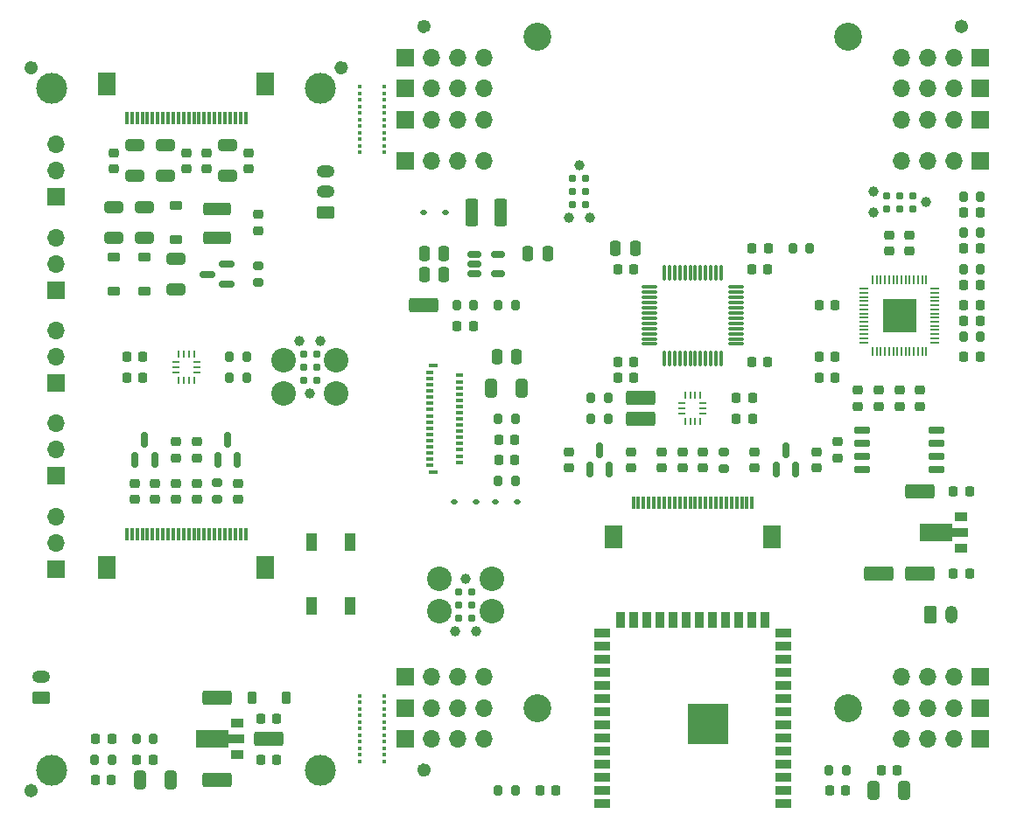
<source format=gbr>
G04 #@! TF.GenerationSoftware,KiCad,Pcbnew,7.0.4-40-g0180cb380f*
G04 #@! TF.CreationDate,2023-08-16T00:58:49-07:00*
G04 #@! TF.ProjectId,RobotCrawler,526f626f-7443-4726-9177-6c65722e6b69,rev?*
G04 #@! TF.SameCoordinates,Original*
G04 #@! TF.FileFunction,Soldermask,Top*
G04 #@! TF.FilePolarity,Negative*
%FSLAX46Y46*%
G04 Gerber Fmt 4.6, Leading zero omitted, Abs format (unit mm)*
G04 Created by KiCad (PCBNEW 7.0.4-40-g0180cb380f) date 2023-08-16 00:58:49*
%MOMM*%
%LPD*%
G01*
G04 APERTURE LIST*
G04 Aperture macros list*
%AMRoundRect*
0 Rectangle with rounded corners*
0 $1 Rounding radius*
0 $2 $3 $4 $5 $6 $7 $8 $9 X,Y pos of 4 corners*
0 Add a 4 corners polygon primitive as box body*
4,1,4,$2,$3,$4,$5,$6,$7,$8,$9,$2,$3,0*
0 Add four circle primitives for the rounded corners*
1,1,$1+$1,$2,$3*
1,1,$1+$1,$4,$5*
1,1,$1+$1,$6,$7*
1,1,$1+$1,$8,$9*
0 Add four rect primitives between the rounded corners*
20,1,$1+$1,$2,$3,$4,$5,0*
20,1,$1+$1,$4,$5,$6,$7,0*
20,1,$1+$1,$6,$7,$8,$9,0*
20,1,$1+$1,$8,$9,$2,$3,0*%
%AMFreePoly0*
4,1,9,3.862500,-0.866500,0.737500,-0.866500,0.737500,-0.450000,-0.737500,-0.450000,-0.737500,0.450000,0.737500,0.450000,0.737500,0.866500,3.862500,0.866500,3.862500,-0.866500,3.862500,-0.866500,$1*%
G04 Aperture macros list end*
%ADD10C,0.650000*%
%ADD11C,0.380000*%
%ADD12C,2.700000*%
%ADD13RoundRect,0.250000X-1.175000X-0.450000X1.175000X-0.450000X1.175000X0.450000X-1.175000X0.450000X0*%
%ADD14RoundRect,0.050000X0.387500X0.050000X-0.387500X0.050000X-0.387500X-0.050000X0.387500X-0.050000X0*%
%ADD15RoundRect,0.050000X0.050000X0.387500X-0.050000X0.387500X-0.050000X-0.387500X0.050000X-0.387500X0*%
%ADD16R,3.200000X3.200000*%
%ADD17RoundRect,0.200000X-0.200000X-0.275000X0.200000X-0.275000X0.200000X0.275000X-0.200000X0.275000X0*%
%ADD18RoundRect,0.225000X0.250000X-0.225000X0.250000X0.225000X-0.250000X0.225000X-0.250000X-0.225000X0*%
%ADD19RoundRect,0.225000X-0.225000X-0.250000X0.225000X-0.250000X0.225000X0.250000X-0.225000X0.250000X0*%
%ADD20R,1.700000X1.700000*%
%ADD21O,1.700000X1.700000*%
%ADD22RoundRect,0.150000X-0.512500X-0.150000X0.512500X-0.150000X0.512500X0.150000X-0.512500X0.150000X0*%
%ADD23R,0.250000X0.675000*%
%ADD24R,0.675000X0.250000*%
%ADD25RoundRect,0.250000X0.375000X1.075000X-0.375000X1.075000X-0.375000X-1.075000X0.375000X-1.075000X0*%
%ADD26RoundRect,0.225000X0.225000X0.250000X-0.225000X0.250000X-0.225000X-0.250000X0.225000X-0.250000X0*%
%ADD27RoundRect,0.225000X-0.250000X0.225000X-0.250000X-0.225000X0.250000X-0.225000X0.250000X0.225000X0*%
%ADD28RoundRect,0.218750X-0.218750X-0.256250X0.218750X-0.256250X0.218750X0.256250X-0.218750X0.256250X0*%
%ADD29RoundRect,0.112500X-0.187500X-0.112500X0.187500X-0.112500X0.187500X0.112500X-0.187500X0.112500X0*%
%ADD30C,1.152000*%
%ADD31RoundRect,0.218750X0.218750X0.256250X-0.218750X0.256250X-0.218750X-0.256250X0.218750X-0.256250X0*%
%ADD32C,0.990600*%
%ADD33C,0.787400*%
%ADD34RoundRect,0.075000X-0.662500X-0.075000X0.662500X-0.075000X0.662500X0.075000X-0.662500X0.075000X0*%
%ADD35RoundRect,0.075000X-0.075000X-0.662500X0.075000X-0.662500X0.075000X0.662500X-0.075000X0.662500X0*%
%ADD36R,1.500000X0.900000*%
%ADD37R,0.900000X1.500000*%
%ADD38C,0.600000*%
%ADD39R,3.900000X3.900000*%
%ADD40RoundRect,0.250000X-0.250000X-0.475000X0.250000X-0.475000X0.250000X0.475000X-0.250000X0.475000X0*%
%ADD41RoundRect,0.150000X0.650000X0.150000X-0.650000X0.150000X-0.650000X-0.150000X0.650000X-0.150000X0*%
%ADD42RoundRect,0.250000X-0.350000X-0.625000X0.350000X-0.625000X0.350000X0.625000X-0.350000X0.625000X0*%
%ADD43O,1.200000X1.750000*%
%ADD44RoundRect,0.200000X0.200000X0.275000X-0.200000X0.275000X-0.200000X-0.275000X0.200000X-0.275000X0*%
%ADD45R,1.300000X0.900000*%
%ADD46FreePoly0,180.000000*%
%ADD47RoundRect,0.250000X-0.325000X-0.650000X0.325000X-0.650000X0.325000X0.650000X-0.325000X0.650000X0*%
%ADD48R,0.300000X1.300000*%
%ADD49R,1.800000X2.200000*%
%ADD50RoundRect,0.200000X-0.275000X0.200000X-0.275000X-0.200000X0.275000X-0.200000X0.275000X0.200000X0*%
%ADD51RoundRect,0.250000X0.250000X0.475000X-0.250000X0.475000X-0.250000X-0.475000X0.250000X-0.475000X0*%
%ADD52RoundRect,0.150000X0.150000X-0.587500X0.150000X0.587500X-0.150000X0.587500X-0.150000X-0.587500X0*%
%ADD53R,0.800000X0.300000*%
%ADD54R,0.650000X0.300000*%
%ADD55R,0.950000X0.400000*%
%ADD56C,2.374900*%
%ADD57RoundRect,0.200000X0.275000X-0.200000X0.275000X0.200000X-0.275000X0.200000X-0.275000X-0.200000X0*%
%ADD58RoundRect,0.150000X0.587500X0.150000X-0.587500X0.150000X-0.587500X-0.150000X0.587500X-0.150000X0*%
%ADD59RoundRect,0.250000X0.625000X-0.350000X0.625000X0.350000X-0.625000X0.350000X-0.625000X-0.350000X0*%
%ADD60O,1.750000X1.200000*%
%ADD61RoundRect,0.250000X-0.650000X0.325000X-0.650000X-0.325000X0.650000X-0.325000X0.650000X0.325000X0*%
%ADD62C,3.000000*%
%ADD63RoundRect,0.250000X-1.075000X0.375000X-1.075000X-0.375000X1.075000X-0.375000X1.075000X0.375000X0*%
%ADD64RoundRect,0.250000X0.650000X-0.325000X0.650000X0.325000X-0.650000X0.325000X-0.650000X-0.325000X0*%
%ADD65RoundRect,0.225000X-0.375000X0.225000X-0.375000X-0.225000X0.375000X-0.225000X0.375000X0.225000X0*%
%ADD66RoundRect,0.225000X-0.225000X-0.375000X0.225000X-0.375000X0.225000X0.375000X-0.225000X0.375000X0*%
%ADD67R,1.100000X1.800000*%
%ADD68RoundRect,0.225000X0.375000X-0.225000X0.375000X0.225000X-0.375000X0.225000X-0.375000X-0.225000X0*%
G04 APERTURE END LIST*
D10*
X176325000Y-34000000D02*
G75*
G03*
X176325000Y-34000000I-325000J0D01*
G01*
X124325000Y-106000000D02*
G75*
G03*
X124325000Y-106000000I-325000J0D01*
G01*
X124325000Y-34000000D02*
G75*
G03*
X124325000Y-34000000I-325000J0D01*
G01*
X86325000Y-38000000D02*
G75*
G03*
X86325000Y-38000000I-325000J0D01*
G01*
X86325000Y-108000000D02*
G75*
G03*
X86325000Y-108000000I-325000J0D01*
G01*
X116325000Y-38000000D02*
G75*
G03*
X116325000Y-38000000I-325000J0D01*
G01*
D11*
X120190000Y-98825000D03*
X120190000Y-99460000D03*
X120190000Y-100095000D03*
X120190000Y-100730000D03*
X120190000Y-101365000D03*
X120190000Y-102000000D03*
X120190000Y-102635000D03*
X120190000Y-103270000D03*
X120190000Y-103905000D03*
X120190000Y-104540000D03*
X120190000Y-105175000D03*
X117810000Y-105175000D03*
X117810000Y-104540000D03*
X117810000Y-103905000D03*
X117810000Y-103270000D03*
X117810000Y-102635000D03*
X117810000Y-102000000D03*
X117810000Y-101365000D03*
X117810000Y-100730000D03*
X117810000Y-100095000D03*
X117810000Y-99460000D03*
X117810000Y-98825000D03*
X120190000Y-39825000D03*
X120190000Y-40460000D03*
X120190000Y-41095000D03*
X120190000Y-41730000D03*
X120190000Y-42365000D03*
X120190000Y-43000000D03*
X120190000Y-43635000D03*
X120190000Y-44270000D03*
X120190000Y-44905000D03*
X120190000Y-45540000D03*
X120190000Y-46175000D03*
X117810000Y-39825000D03*
X117810000Y-41095000D03*
X117810000Y-46175000D03*
X117810000Y-41730000D03*
X117810000Y-43635000D03*
X117810000Y-42365000D03*
X117810000Y-45540000D03*
X117810000Y-43000000D03*
X117810000Y-44270000D03*
X117810000Y-44905000D03*
X117810000Y-40460000D03*
D12*
X165000000Y-35000000D03*
D13*
X124000000Y-61000000D03*
D14*
X173437500Y-64600000D03*
X173437500Y-64200000D03*
X173437500Y-63800000D03*
X173437500Y-63400000D03*
X173437500Y-63000000D03*
X173437500Y-62600000D03*
X173437500Y-62200000D03*
X173437500Y-61800000D03*
X173437500Y-61400000D03*
X173437500Y-61000000D03*
X173437500Y-60600000D03*
X173437500Y-60200000D03*
X173437500Y-59800000D03*
X173437500Y-59400000D03*
D15*
X172600000Y-58562500D03*
X172200000Y-58562500D03*
X171800000Y-58562500D03*
X171400000Y-58562500D03*
X171000000Y-58562500D03*
X170600000Y-58562500D03*
X170200000Y-58562500D03*
X169800000Y-58562500D03*
X169400000Y-58562500D03*
X169000000Y-58562500D03*
X168600000Y-58562500D03*
X168200000Y-58562500D03*
X167800000Y-58562500D03*
X167400000Y-58562500D03*
D14*
X166562500Y-59400000D03*
X166562500Y-59800000D03*
X166562500Y-60200000D03*
X166562500Y-60600000D03*
X166562500Y-61000000D03*
X166562500Y-61400000D03*
X166562500Y-61800000D03*
X166562500Y-62200000D03*
X166562500Y-62600000D03*
X166562500Y-63000000D03*
X166562500Y-63400000D03*
X166562500Y-63800000D03*
X166562500Y-64200000D03*
X166562500Y-64600000D03*
D15*
X167400000Y-65437500D03*
X167800000Y-65437500D03*
X168200000Y-65437500D03*
X168600000Y-65437500D03*
X169000000Y-65437500D03*
X169400000Y-65437500D03*
X169800000Y-65437500D03*
X170200000Y-65437500D03*
X170600000Y-65437500D03*
X171000000Y-65437500D03*
X171400000Y-65437500D03*
X171800000Y-65437500D03*
X172200000Y-65437500D03*
X172600000Y-65437500D03*
D16*
X170000000Y-62000000D03*
D17*
X159675000Y-55500000D03*
X161325000Y-55500000D03*
D18*
X162000000Y-76775000D03*
X162000000Y-75225000D03*
D19*
X131225000Y-74000000D03*
X132775000Y-74000000D03*
D20*
X122200000Y-40000000D03*
D21*
X124740000Y-40000000D03*
X127280000Y-40000000D03*
X129820000Y-40000000D03*
D20*
X177800000Y-43000000D03*
D21*
X175260000Y-43000000D03*
X172720000Y-43000000D03*
X170180000Y-43000000D03*
D18*
X171000000Y-55775000D03*
X171000000Y-54225000D03*
D22*
X128862500Y-56050000D03*
X128862500Y-57000000D03*
X128862500Y-57950000D03*
X131137500Y-57950000D03*
X131137500Y-56050000D03*
D20*
X177800000Y-47000000D03*
D21*
X175260000Y-47000000D03*
X172720000Y-47000000D03*
X170180000Y-47000000D03*
D18*
X169000000Y-55775000D03*
X169000000Y-54225000D03*
D23*
X149250000Y-72262500D03*
X149750000Y-72262500D03*
X150250000Y-72262500D03*
X150750000Y-72262500D03*
D24*
X151012500Y-71500000D03*
X151012500Y-71000000D03*
X151012500Y-70500000D03*
D23*
X150750000Y-69737500D03*
X150250000Y-69737500D03*
X149750000Y-69737500D03*
X149250000Y-69737500D03*
D24*
X148987500Y-70500000D03*
X148987500Y-71000000D03*
X148987500Y-71500000D03*
D19*
X155725000Y-57500000D03*
X157275000Y-57500000D03*
D20*
X177800000Y-100000000D03*
D21*
X175260000Y-100000000D03*
X172720000Y-100000000D03*
X170180000Y-100000000D03*
D25*
X131400000Y-52000000D03*
X128600000Y-52000000D03*
D18*
X164000000Y-75775000D03*
X164000000Y-74225000D03*
D26*
X144275000Y-68000000D03*
X142725000Y-68000000D03*
D18*
X151000000Y-76775000D03*
X151000000Y-75225000D03*
D27*
X156000000Y-75225000D03*
X156000000Y-76775000D03*
D20*
X122200000Y-103000000D03*
D21*
X124740000Y-103000000D03*
X127280000Y-103000000D03*
X129820000Y-103000000D03*
D27*
X138000000Y-75225000D03*
X138000000Y-76775000D03*
D28*
X135212500Y-108000000D03*
X136787500Y-108000000D03*
D13*
X145000000Y-70000000D03*
D26*
X163775000Y-61000000D03*
X162225000Y-61000000D03*
D19*
X154225000Y-72000000D03*
X155775000Y-72000000D03*
D29*
X123950000Y-52000000D03*
X126050000Y-52000000D03*
D12*
X135000000Y-100000000D03*
D30*
X176000000Y-34000000D03*
D17*
X140175000Y-72000000D03*
X141825000Y-72000000D03*
D20*
X177800000Y-40000000D03*
D21*
X175260000Y-40000000D03*
X172720000Y-40000000D03*
X170180000Y-40000000D03*
D31*
X177787500Y-59000000D03*
X176212500Y-59000000D03*
D19*
X176225000Y-66000000D03*
X177775000Y-66000000D03*
D20*
X122200000Y-37000000D03*
D21*
X124740000Y-37000000D03*
X127280000Y-37000000D03*
X129820000Y-37000000D03*
D32*
X172540000Y-51000000D03*
X167460000Y-52016000D03*
X167460000Y-49984000D03*
D33*
X171270000Y-50365000D03*
X171270000Y-51635000D03*
X170000000Y-50365000D03*
X170000000Y-51635000D03*
X168730000Y-50365000D03*
X168730000Y-51635000D03*
D26*
X163775000Y-66000000D03*
X162225000Y-66000000D03*
D20*
X177800000Y-97000000D03*
D21*
X175260000Y-97000000D03*
X172720000Y-97000000D03*
X170180000Y-97000000D03*
D13*
X168000000Y-87000000D03*
D34*
X145837500Y-59250000D03*
X145837500Y-59750000D03*
X145837500Y-60250000D03*
X145837500Y-60750000D03*
X145837500Y-61250000D03*
X145837500Y-61750000D03*
X145837500Y-62250000D03*
X145837500Y-62750000D03*
X145837500Y-63250000D03*
X145837500Y-63750000D03*
X145837500Y-64250000D03*
X145837500Y-64750000D03*
D35*
X147250000Y-66162500D03*
X147750000Y-66162500D03*
X148250000Y-66162500D03*
X148750000Y-66162500D03*
X149250000Y-66162500D03*
X149750000Y-66162500D03*
X150250000Y-66162500D03*
X150750000Y-66162500D03*
X151250000Y-66162500D03*
X151750000Y-66162500D03*
X152250000Y-66162500D03*
X152750000Y-66162500D03*
D34*
X154162500Y-64750000D03*
X154162500Y-64250000D03*
X154162500Y-63750000D03*
X154162500Y-63250000D03*
X154162500Y-62750000D03*
X154162500Y-62250000D03*
X154162500Y-61750000D03*
X154162500Y-61250000D03*
X154162500Y-60750000D03*
X154162500Y-60250000D03*
X154162500Y-59750000D03*
X154162500Y-59250000D03*
D35*
X152750000Y-57837500D03*
X152250000Y-57837500D03*
X151750000Y-57837500D03*
X151250000Y-57837500D03*
X150750000Y-57837500D03*
X150250000Y-57837500D03*
X149750000Y-57837500D03*
X149250000Y-57837500D03*
X148750000Y-57837500D03*
X148250000Y-57837500D03*
X147750000Y-57837500D03*
X147250000Y-57837500D03*
D36*
X158750000Y-109260000D03*
X158750000Y-107990000D03*
X158750000Y-106720000D03*
X158750000Y-105450000D03*
X158750000Y-104180000D03*
X158750000Y-102910000D03*
X158750000Y-101640000D03*
X158750000Y-100370000D03*
X158750000Y-99100000D03*
X158750000Y-97830000D03*
X158750000Y-96560000D03*
X158750000Y-95290000D03*
X158750000Y-94020000D03*
X158750000Y-92750000D03*
D37*
X156985000Y-91500000D03*
X155715000Y-91500000D03*
X154445000Y-91500000D03*
X153175000Y-91500000D03*
X151905000Y-91500000D03*
X150635000Y-91500000D03*
X149365000Y-91500000D03*
X148095000Y-91500000D03*
X146825000Y-91500000D03*
X145555000Y-91500000D03*
X144285000Y-91500000D03*
X143015000Y-91500000D03*
D36*
X141250000Y-92750000D03*
X141250000Y-94020000D03*
X141250000Y-95290000D03*
X141250000Y-96560000D03*
X141250000Y-97830000D03*
X141250000Y-99100000D03*
X141250000Y-100370000D03*
X141250000Y-101640000D03*
X141250000Y-102910000D03*
X141250000Y-104180000D03*
X141250000Y-105450000D03*
X141250000Y-106720000D03*
X141250000Y-107990000D03*
X141250000Y-109260000D03*
D38*
X152900000Y-102240000D03*
X152900000Y-100840000D03*
X152200000Y-102940000D03*
X152200000Y-101540000D03*
X152200000Y-100140000D03*
X151500000Y-102240000D03*
D39*
X151500000Y-101540000D03*
D38*
X151500000Y-100840000D03*
X150800000Y-102940000D03*
X150800000Y-101540000D03*
X150800000Y-100140000D03*
X150100000Y-102240000D03*
X150100000Y-100840000D03*
D40*
X124050000Y-56000000D03*
X125950000Y-56000000D03*
D30*
X124000000Y-106000000D03*
X124000000Y-34000000D03*
D26*
X144275000Y-57500000D03*
X142725000Y-57500000D03*
D12*
X135000000Y-35000000D03*
D26*
X176775000Y-87000000D03*
X175225000Y-87000000D03*
D41*
X173600000Y-76905000D03*
X173600000Y-75635000D03*
X173600000Y-74365000D03*
X173600000Y-73095000D03*
X166400000Y-73095000D03*
X166400000Y-74365000D03*
X166400000Y-75635000D03*
X166400000Y-76905000D03*
D20*
X122200000Y-100000000D03*
D21*
X124740000Y-100000000D03*
X127280000Y-100000000D03*
X129820000Y-100000000D03*
D18*
X147000000Y-76775000D03*
X147000000Y-75225000D03*
D17*
X127175000Y-61000000D03*
X128825000Y-61000000D03*
D42*
X173000000Y-91000000D03*
D43*
X175000000Y-91000000D03*
D26*
X144275000Y-66500000D03*
X142725000Y-66500000D03*
D44*
X177825000Y-54000000D03*
X176175000Y-54000000D03*
D45*
X175950000Y-84500000D03*
D46*
X175862500Y-83000000D03*
D45*
X175950000Y-81500000D03*
D47*
X130525000Y-69000000D03*
X133475000Y-69000000D03*
D31*
X177787500Y-55500000D03*
X176212500Y-55500000D03*
D20*
X177800000Y-103000000D03*
D21*
X175260000Y-103000000D03*
X172720000Y-103000000D03*
X170180000Y-103000000D03*
D19*
X131225000Y-76000000D03*
X132775000Y-76000000D03*
D29*
X126950000Y-80000000D03*
X129050000Y-80000000D03*
D18*
X144000000Y-76775000D03*
X144000000Y-75225000D03*
D20*
X122200000Y-43000000D03*
D21*
X124740000Y-43000000D03*
X127280000Y-43000000D03*
X129820000Y-43000000D03*
D31*
X177787500Y-62500000D03*
X176212500Y-62500000D03*
D48*
X144250000Y-80150000D03*
X144750000Y-80150000D03*
X145250000Y-80150000D03*
X145750000Y-80150000D03*
X146250000Y-80150000D03*
X146750000Y-80150000D03*
X147250000Y-80150000D03*
X147750000Y-80150000D03*
X148250000Y-80150000D03*
X148750000Y-80150000D03*
X149250000Y-80150000D03*
X149750000Y-80150000D03*
X150250000Y-80150000D03*
X150750000Y-80150000D03*
X151250000Y-80150000D03*
X151750000Y-80150000D03*
X152250000Y-80150000D03*
X152750000Y-80150000D03*
X153250000Y-80150000D03*
X153750000Y-80150000D03*
X154250000Y-80150000D03*
X154750000Y-80150000D03*
X155250000Y-80150000D03*
X155750000Y-80150000D03*
D49*
X142350000Y-83400000D03*
X157650000Y-83400000D03*
D19*
X154225000Y-70000000D03*
X155775000Y-70000000D03*
D27*
X172000000Y-69225000D03*
X172000000Y-70775000D03*
X168000000Y-69225000D03*
X168000000Y-70775000D03*
D19*
X155725000Y-66500000D03*
X157275000Y-66500000D03*
X168225000Y-106000000D03*
X169775000Y-106000000D03*
D50*
X153000000Y-75175000D03*
X153000000Y-76825000D03*
D51*
X144450000Y-55500000D03*
X142550000Y-55500000D03*
D13*
X145000000Y-72000000D03*
D52*
X140050000Y-76937500D03*
X141950000Y-76937500D03*
X141000000Y-75062500D03*
D31*
X177787500Y-52000000D03*
X176212500Y-52000000D03*
D19*
X175225000Y-79000000D03*
X176775000Y-79000000D03*
D47*
X167525000Y-108000000D03*
X170475000Y-108000000D03*
D17*
X131175000Y-61000000D03*
X132825000Y-61000000D03*
D53*
X124600000Y-67500000D03*
D54*
X127475000Y-67800000D03*
D53*
X124600000Y-68100000D03*
D54*
X127475000Y-68400000D03*
D53*
X124600000Y-68700000D03*
D54*
X127475000Y-69000000D03*
D53*
X124600000Y-69300000D03*
D54*
X127475000Y-69600000D03*
D53*
X124600000Y-69900000D03*
D54*
X127475000Y-70200000D03*
D53*
X124600000Y-70500000D03*
D54*
X127475000Y-70800000D03*
D53*
X124600000Y-71100000D03*
D54*
X127475000Y-71400000D03*
D53*
X124600000Y-71700000D03*
D54*
X127475000Y-72000000D03*
D53*
X124600000Y-72300000D03*
D54*
X127475000Y-72600000D03*
D53*
X124600000Y-72900000D03*
D54*
X127475000Y-73200000D03*
D53*
X124600000Y-73500000D03*
D54*
X127475000Y-73800000D03*
D53*
X124600000Y-74100000D03*
D54*
X127475000Y-74400000D03*
D53*
X124600000Y-74700000D03*
D54*
X127475000Y-75000000D03*
D53*
X124600000Y-75300000D03*
D54*
X127475000Y-75600000D03*
D53*
X124600000Y-75900000D03*
D54*
X127475000Y-76200000D03*
D53*
X124600000Y-76500000D03*
D55*
X124875000Y-66800000D03*
X124875000Y-77200000D03*
D19*
X127225000Y-63000000D03*
X128775000Y-63000000D03*
D12*
X165000000Y-100000000D03*
D13*
X172000000Y-87000000D03*
D40*
X124050000Y-58000000D03*
X125950000Y-58000000D03*
D56*
X130540000Y-87460000D03*
D32*
X128000000Y-87460000D03*
D56*
X125460000Y-87460000D03*
X130540000Y-90635000D03*
X125460000Y-90635000D03*
D32*
X129016000Y-92540000D03*
X126984000Y-92540000D03*
D33*
X127365000Y-88730000D03*
X128635000Y-88730000D03*
X127365000Y-90000000D03*
X128635000Y-90000000D03*
X127365000Y-91270000D03*
X128635000Y-91270000D03*
D26*
X163775000Y-68000000D03*
X162225000Y-68000000D03*
D29*
X130950000Y-80000000D03*
X133050000Y-80000000D03*
D17*
X131175000Y-78000000D03*
X132825000Y-78000000D03*
D20*
X122200000Y-47000000D03*
D21*
X124740000Y-47000000D03*
X127280000Y-47000000D03*
X129820000Y-47000000D03*
D44*
X164825000Y-106000000D03*
X163175000Y-106000000D03*
D20*
X122200000Y-97000000D03*
D21*
X124740000Y-97000000D03*
X127280000Y-97000000D03*
X129820000Y-97000000D03*
D40*
X131050000Y-66000000D03*
X132950000Y-66000000D03*
D44*
X177825000Y-50500000D03*
X176175000Y-50500000D03*
D13*
X172000000Y-79000000D03*
D40*
X134050000Y-56000000D03*
X135950000Y-56000000D03*
D32*
X139000000Y-47460000D03*
X140016000Y-52540000D03*
X137984000Y-52540000D03*
D33*
X138365000Y-48730000D03*
X139635000Y-48730000D03*
X138365000Y-50000000D03*
X139635000Y-50000000D03*
X138365000Y-51270000D03*
X139635000Y-51270000D03*
D52*
X158050000Y-76937500D03*
X159950000Y-76937500D03*
X159000000Y-75062500D03*
D44*
X132825000Y-108000000D03*
X131175000Y-108000000D03*
D19*
X163225000Y-108000000D03*
X164775000Y-108000000D03*
D17*
X140175000Y-70000000D03*
X141825000Y-70000000D03*
X131175000Y-72000000D03*
X132825000Y-72000000D03*
D27*
X166000000Y-69225000D03*
X166000000Y-70775000D03*
D19*
X176225000Y-61000000D03*
X177775000Y-61000000D03*
D44*
X177825000Y-64000000D03*
X176175000Y-64000000D03*
D18*
X149000000Y-76775000D03*
X149000000Y-75225000D03*
D27*
X170000000Y-69225000D03*
X170000000Y-70775000D03*
D31*
X157287500Y-55500000D03*
X155712500Y-55500000D03*
D44*
X177825000Y-57500000D03*
X176175000Y-57500000D03*
D20*
X177800000Y-37000000D03*
D21*
X175260000Y-37000000D03*
X172720000Y-37000000D03*
X170180000Y-37000000D03*
D13*
X104000000Y-107000000D03*
D50*
X104000000Y-78175000D03*
X104000000Y-79825000D03*
D57*
X108000000Y-58825000D03*
X108000000Y-57175000D03*
D58*
X104937500Y-58950000D03*
X104937500Y-57050000D03*
X103062500Y-58000000D03*
D59*
X87000000Y-99000000D03*
D60*
X87000000Y-97000000D03*
D27*
X94000000Y-46225000D03*
X94000000Y-47775000D03*
D20*
X88375000Y-59525000D03*
D21*
X88375000Y-56985000D03*
X88375000Y-54445000D03*
D18*
X107000000Y-47775000D03*
X107000000Y-46225000D03*
D61*
X100000000Y-56525000D03*
X100000000Y-59475000D03*
D56*
X110460000Y-69540000D03*
D32*
X113000000Y-69540000D03*
D56*
X115540000Y-69540000D03*
X110460000Y-66365000D03*
X115540000Y-66365000D03*
D32*
X111984000Y-64460000D03*
X114016000Y-64460000D03*
D33*
X113635000Y-68270000D03*
X112365000Y-68270000D03*
X113635000Y-67000000D03*
X112365000Y-67000000D03*
X113635000Y-65730000D03*
X112365000Y-65730000D03*
D20*
X88375000Y-86525000D03*
D21*
X88375000Y-83985000D03*
X88375000Y-81445000D03*
D27*
X103000000Y-46225000D03*
X103000000Y-47775000D03*
D30*
X86000000Y-38000000D03*
D27*
X96000000Y-78225000D03*
X96000000Y-79775000D03*
D62*
X88000000Y-106000000D03*
D20*
X88375000Y-68525000D03*
D21*
X88375000Y-65985000D03*
X88375000Y-63445000D03*
D27*
X108000000Y-52225000D03*
X108000000Y-53775000D03*
D61*
X99000000Y-45525000D03*
X99000000Y-48475000D03*
D44*
X106825000Y-66000000D03*
X105175000Y-66000000D03*
D17*
X92175000Y-105000000D03*
X93825000Y-105000000D03*
D52*
X96050000Y-75937500D03*
X97950000Y-75937500D03*
X97000000Y-74062500D03*
D63*
X104000000Y-51650000D03*
X104000000Y-54450000D03*
D31*
X93787500Y-103000000D03*
X92212500Y-103000000D03*
D64*
X94000000Y-54475000D03*
X94000000Y-51525000D03*
D30*
X86000000Y-108000000D03*
D59*
X114450000Y-52000000D03*
D60*
X114450000Y-50000000D03*
X114450000Y-48000000D03*
D27*
X101000000Y-46225000D03*
X101000000Y-47775000D03*
D44*
X106825000Y-68000000D03*
X105175000Y-68000000D03*
D13*
X109000000Y-103000000D03*
D64*
X96000000Y-48475000D03*
X96000000Y-45525000D03*
D65*
X97000000Y-56350000D03*
X97000000Y-59650000D03*
D17*
X96175000Y-103000000D03*
X97825000Y-103000000D03*
D47*
X96525000Y-107000000D03*
X99475000Y-107000000D03*
D66*
X107350000Y-99000000D03*
X110650000Y-99000000D03*
D62*
X114000000Y-106000000D03*
D19*
X108225000Y-101000000D03*
X109775000Y-101000000D03*
D27*
X106000000Y-78225000D03*
X106000000Y-79775000D03*
D18*
X98000000Y-79775000D03*
X98000000Y-78225000D03*
D13*
X104000000Y-99000000D03*
D19*
X108225000Y-105000000D03*
X109775000Y-105000000D03*
D18*
X102000000Y-79775000D03*
X102000000Y-78225000D03*
D67*
X113150000Y-90100000D03*
X113150000Y-83900000D03*
X116850000Y-90100000D03*
X116850000Y-83900000D03*
D27*
X100000000Y-74225000D03*
X100000000Y-75775000D03*
D61*
X105000000Y-45525000D03*
X105000000Y-48475000D03*
D20*
X88375000Y-77525000D03*
D21*
X88375000Y-74985000D03*
X88375000Y-72445000D03*
D26*
X96775000Y-68000000D03*
X95225000Y-68000000D03*
D19*
X92225000Y-107000000D03*
X93775000Y-107000000D03*
D18*
X100000000Y-79775000D03*
X100000000Y-78225000D03*
D20*
X88375000Y-50525000D03*
D21*
X88375000Y-47985000D03*
X88375000Y-45445000D03*
D27*
X102000000Y-74225000D03*
X102000000Y-75775000D03*
D65*
X100000000Y-51350000D03*
X100000000Y-54650000D03*
D48*
X106750000Y-42850000D03*
X106250000Y-42850000D03*
X105750000Y-42850000D03*
X105250000Y-42850000D03*
X104750000Y-42850000D03*
X104250000Y-42850000D03*
X103750000Y-42850000D03*
X103250000Y-42850000D03*
X102750000Y-42850000D03*
X102250000Y-42850000D03*
X101750000Y-42850000D03*
X101250000Y-42850000D03*
X100750000Y-42850000D03*
X100250000Y-42850000D03*
X99750000Y-42850000D03*
X99250000Y-42850000D03*
X98750000Y-42850000D03*
X98250000Y-42850000D03*
X97750000Y-42850000D03*
X97250000Y-42850000D03*
X96750000Y-42850000D03*
X96250000Y-42850000D03*
X95750000Y-42850000D03*
X95250000Y-42850000D03*
D49*
X108650000Y-39600000D03*
X93350000Y-39600000D03*
D19*
X96225000Y-105000000D03*
X97775000Y-105000000D03*
D48*
X95250000Y-83150000D03*
X95750000Y-83150000D03*
X96250000Y-83150000D03*
X96750000Y-83150000D03*
X97250000Y-83150000D03*
X97750000Y-83150000D03*
X98250000Y-83150000D03*
X98750000Y-83150000D03*
X99250000Y-83150000D03*
X99750000Y-83150000D03*
X100250000Y-83150000D03*
X100750000Y-83150000D03*
X101250000Y-83150000D03*
X101750000Y-83150000D03*
X102250000Y-83150000D03*
X102750000Y-83150000D03*
X103250000Y-83150000D03*
X103750000Y-83150000D03*
X104250000Y-83150000D03*
X104750000Y-83150000D03*
X105250000Y-83150000D03*
X105750000Y-83150000D03*
X106250000Y-83150000D03*
X106750000Y-83150000D03*
D49*
X93350000Y-86400000D03*
X108650000Y-86400000D03*
D62*
X114000000Y-40000000D03*
D45*
X105950000Y-104500000D03*
D46*
X105862500Y-103000000D03*
D45*
X105950000Y-101500000D03*
D23*
X101750000Y-65737500D03*
X101250000Y-65737500D03*
X100750000Y-65737500D03*
X100250000Y-65737500D03*
D24*
X99987500Y-66500000D03*
X99987500Y-67000000D03*
X99987500Y-67500000D03*
D23*
X100250000Y-68262500D03*
X100750000Y-68262500D03*
X101250000Y-68262500D03*
X101750000Y-68262500D03*
D24*
X102012500Y-67500000D03*
X102012500Y-67000000D03*
X102012500Y-66500000D03*
D61*
X97000000Y-51525000D03*
X97000000Y-54475000D03*
D26*
X96775000Y-66000000D03*
X95225000Y-66000000D03*
D52*
X104050000Y-75937500D03*
X105950000Y-75937500D03*
X105000000Y-74062500D03*
D30*
X116000000Y-38000000D03*
D62*
X88000000Y-40000000D03*
D68*
X94000000Y-59650000D03*
X94000000Y-56350000D03*
M02*

</source>
